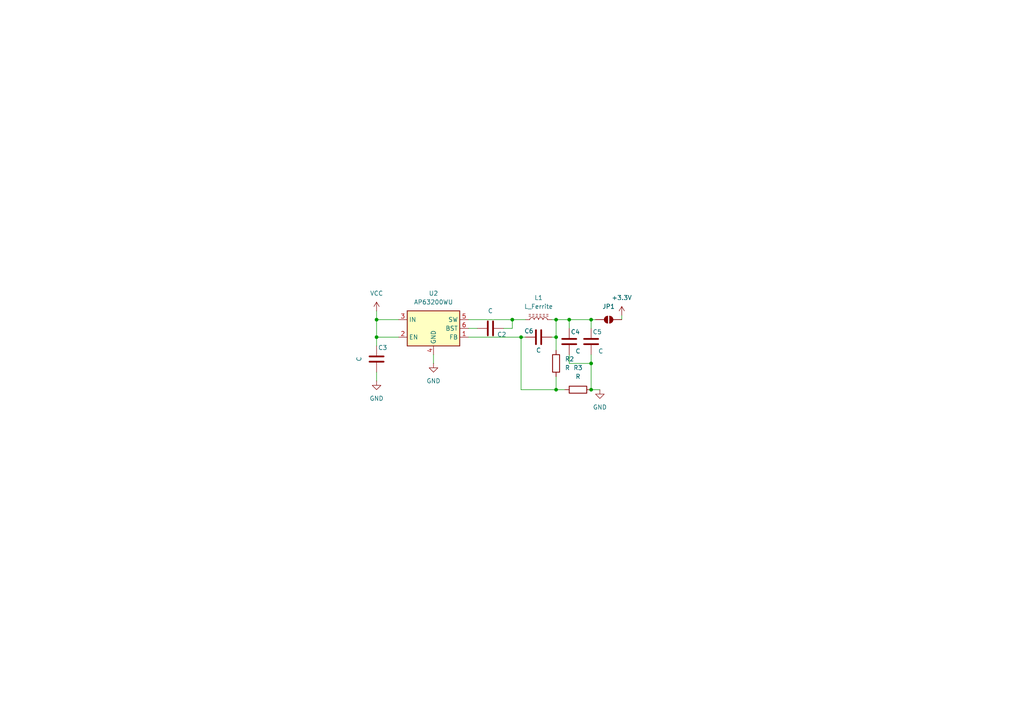
<source format=kicad_sch>
(kicad_sch
	(version 20250114)
	(generator "eeschema")
	(generator_version "9.0")
	(uuid "7e4294f7-fcce-4a84-9a6f-c6dcfccf890e")
	(paper "A4")
	(lib_symbols
		(symbol "Device:C"
			(pin_numbers
				(hide yes)
			)
			(pin_names
				(offset 0.254)
			)
			(exclude_from_sim no)
			(in_bom yes)
			(on_board yes)
			(property "Reference" "C"
				(at 0.635 2.54 0)
				(effects
					(font
						(size 1.27 1.27)
					)
					(justify left)
				)
			)
			(property "Value" "C"
				(at 0.635 -2.54 0)
				(effects
					(font
						(size 1.27 1.27)
					)
					(justify left)
				)
			)
			(property "Footprint" ""
				(at 0.9652 -3.81 0)
				(effects
					(font
						(size 1.27 1.27)
					)
					(hide yes)
				)
			)
			(property "Datasheet" "~"
				(at 0 0 0)
				(effects
					(font
						(size 1.27 1.27)
					)
					(hide yes)
				)
			)
			(property "Description" "Unpolarized capacitor"
				(at 0 0 0)
				(effects
					(font
						(size 1.27 1.27)
					)
					(hide yes)
				)
			)
			(property "ki_keywords" "cap capacitor"
				(at 0 0 0)
				(effects
					(font
						(size 1.27 1.27)
					)
					(hide yes)
				)
			)
			(property "ki_fp_filters" "C_*"
				(at 0 0 0)
				(effects
					(font
						(size 1.27 1.27)
					)
					(hide yes)
				)
			)
			(symbol "C_0_1"
				(polyline
					(pts
						(xy -2.032 0.762) (xy 2.032 0.762)
					)
					(stroke
						(width 0.508)
						(type default)
					)
					(fill
						(type none)
					)
				)
				(polyline
					(pts
						(xy -2.032 -0.762) (xy 2.032 -0.762)
					)
					(stroke
						(width 0.508)
						(type default)
					)
					(fill
						(type none)
					)
				)
			)
			(symbol "C_1_1"
				(pin passive line
					(at 0 3.81 270)
					(length 2.794)
					(name "~"
						(effects
							(font
								(size 1.27 1.27)
							)
						)
					)
					(number "1"
						(effects
							(font
								(size 1.27 1.27)
							)
						)
					)
				)
				(pin passive line
					(at 0 -3.81 90)
					(length 2.794)
					(name "~"
						(effects
							(font
								(size 1.27 1.27)
							)
						)
					)
					(number "2"
						(effects
							(font
								(size 1.27 1.27)
							)
						)
					)
				)
			)
			(embedded_fonts no)
		)
		(symbol "Device:L_Ferrite"
			(pin_numbers
				(hide yes)
			)
			(pin_names
				(offset 1.016)
				(hide yes)
			)
			(exclude_from_sim no)
			(in_bom yes)
			(on_board yes)
			(property "Reference" "L"
				(at -1.27 0 90)
				(effects
					(font
						(size 1.27 1.27)
					)
				)
			)
			(property "Value" "L_Ferrite"
				(at 2.794 0 90)
				(effects
					(font
						(size 1.27 1.27)
					)
				)
			)
			(property "Footprint" ""
				(at 0 0 0)
				(effects
					(font
						(size 1.27 1.27)
					)
					(hide yes)
				)
			)
			(property "Datasheet" "~"
				(at 0 0 0)
				(effects
					(font
						(size 1.27 1.27)
					)
					(hide yes)
				)
			)
			(property "Description" "Inductor with ferrite core"
				(at 0 0 0)
				(effects
					(font
						(size 1.27 1.27)
					)
					(hide yes)
				)
			)
			(property "ki_keywords" "inductor choke coil reactor magnetic"
				(at 0 0 0)
				(effects
					(font
						(size 1.27 1.27)
					)
					(hide yes)
				)
			)
			(property "ki_fp_filters" "Choke_* *Coil* Inductor_* L_*"
				(at 0 0 0)
				(effects
					(font
						(size 1.27 1.27)
					)
					(hide yes)
				)
			)
			(symbol "L_Ferrite_0_1"
				(arc
					(start 0 2.54)
					(mid 0.6323 1.905)
					(end 0 1.27)
					(stroke
						(width 0)
						(type default)
					)
					(fill
						(type none)
					)
				)
				(arc
					(start 0 1.27)
					(mid 0.6323 0.635)
					(end 0 0)
					(stroke
						(width 0)
						(type default)
					)
					(fill
						(type none)
					)
				)
				(arc
					(start 0 0)
					(mid 0.6323 -0.635)
					(end 0 -1.27)
					(stroke
						(width 0)
						(type default)
					)
					(fill
						(type none)
					)
				)
				(arc
					(start 0 -1.27)
					(mid 0.6323 -1.905)
					(end 0 -2.54)
					(stroke
						(width 0)
						(type default)
					)
					(fill
						(type none)
					)
				)
				(polyline
					(pts
						(xy 1.016 2.286) (xy 1.016 2.794)
					)
					(stroke
						(width 0)
						(type default)
					)
					(fill
						(type none)
					)
				)
				(polyline
					(pts
						(xy 1.016 1.27) (xy 1.016 1.778)
					)
					(stroke
						(width 0)
						(type default)
					)
					(fill
						(type none)
					)
				)
				(polyline
					(pts
						(xy 1.016 0.254) (xy 1.016 0.762)
					)
					(stroke
						(width 0)
						(type default)
					)
					(fill
						(type none)
					)
				)
				(polyline
					(pts
						(xy 1.016 -0.762) (xy 1.016 -0.254)
					)
					(stroke
						(width 0)
						(type default)
					)
					(fill
						(type none)
					)
				)
				(polyline
					(pts
						(xy 1.016 -1.778) (xy 1.016 -1.27)
					)
					(stroke
						(width 0)
						(type default)
					)
					(fill
						(type none)
					)
				)
				(polyline
					(pts
						(xy 1.016 -2.794) (xy 1.016 -2.286)
					)
					(stroke
						(width 0)
						(type default)
					)
					(fill
						(type none)
					)
				)
				(polyline
					(pts
						(xy 1.524 2.794) (xy 1.524 2.286)
					)
					(stroke
						(width 0)
						(type default)
					)
					(fill
						(type none)
					)
				)
				(polyline
					(pts
						(xy 1.524 1.778) (xy 1.524 1.27)
					)
					(stroke
						(width 0)
						(type default)
					)
					(fill
						(type none)
					)
				)
				(polyline
					(pts
						(xy 1.524 0.762) (xy 1.524 0.254)
					)
					(stroke
						(width 0)
						(type default)
					)
					(fill
						(type none)
					)
				)
				(polyline
					(pts
						(xy 1.524 -0.254) (xy 1.524 -0.762)
					)
					(stroke
						(width 0)
						(type default)
					)
					(fill
						(type none)
					)
				)
				(polyline
					(pts
						(xy 1.524 -1.27) (xy 1.524 -1.778)
					)
					(stroke
						(width 0)
						(type default)
					)
					(fill
						(type none)
					)
				)
				(polyline
					(pts
						(xy 1.524 -2.286) (xy 1.524 -2.794)
					)
					(stroke
						(width 0)
						(type default)
					)
					(fill
						(type none)
					)
				)
			)
			(symbol "L_Ferrite_1_1"
				(pin passive line
					(at 0 3.81 270)
					(length 1.27)
					(name "1"
						(effects
							(font
								(size 1.27 1.27)
							)
						)
					)
					(number "1"
						(effects
							(font
								(size 1.27 1.27)
							)
						)
					)
				)
				(pin passive line
					(at 0 -3.81 90)
					(length 1.27)
					(name "2"
						(effects
							(font
								(size 1.27 1.27)
							)
						)
					)
					(number "2"
						(effects
							(font
								(size 1.27 1.27)
							)
						)
					)
				)
			)
			(embedded_fonts no)
		)
		(symbol "Device:R"
			(pin_numbers
				(hide yes)
			)
			(pin_names
				(offset 0)
			)
			(exclude_from_sim no)
			(in_bom yes)
			(on_board yes)
			(property "Reference" "R"
				(at 2.032 0 90)
				(effects
					(font
						(size 1.27 1.27)
					)
				)
			)
			(property "Value" "R"
				(at 0 0 90)
				(effects
					(font
						(size 1.27 1.27)
					)
				)
			)
			(property "Footprint" ""
				(at -1.778 0 90)
				(effects
					(font
						(size 1.27 1.27)
					)
					(hide yes)
				)
			)
			(property "Datasheet" "~"
				(at 0 0 0)
				(effects
					(font
						(size 1.27 1.27)
					)
					(hide yes)
				)
			)
			(property "Description" "Resistor"
				(at 0 0 0)
				(effects
					(font
						(size 1.27 1.27)
					)
					(hide yes)
				)
			)
			(property "ki_keywords" "R res resistor"
				(at 0 0 0)
				(effects
					(font
						(size 1.27 1.27)
					)
					(hide yes)
				)
			)
			(property "ki_fp_filters" "R_*"
				(at 0 0 0)
				(effects
					(font
						(size 1.27 1.27)
					)
					(hide yes)
				)
			)
			(symbol "R_0_1"
				(rectangle
					(start -1.016 -2.54)
					(end 1.016 2.54)
					(stroke
						(width 0.254)
						(type default)
					)
					(fill
						(type none)
					)
				)
			)
			(symbol "R_1_1"
				(pin passive line
					(at 0 3.81 270)
					(length 1.27)
					(name "~"
						(effects
							(font
								(size 1.27 1.27)
							)
						)
					)
					(number "1"
						(effects
							(font
								(size 1.27 1.27)
							)
						)
					)
				)
				(pin passive line
					(at 0 -3.81 90)
					(length 1.27)
					(name "~"
						(effects
							(font
								(size 1.27 1.27)
							)
						)
					)
					(number "2"
						(effects
							(font
								(size 1.27 1.27)
							)
						)
					)
				)
			)
			(embedded_fonts no)
		)
		(symbol "Jumper:SolderJumper_2_Open"
			(pin_numbers
				(hide yes)
			)
			(pin_names
				(offset 0)
				(hide yes)
			)
			(exclude_from_sim no)
			(in_bom no)
			(on_board yes)
			(property "Reference" "JP"
				(at 0 2.032 0)
				(effects
					(font
						(size 1.27 1.27)
					)
				)
			)
			(property "Value" "SolderJumper_2_Open"
				(at 0 -2.54 0)
				(effects
					(font
						(size 1.27 1.27)
					)
				)
			)
			(property "Footprint" ""
				(at 0 0 0)
				(effects
					(font
						(size 1.27 1.27)
					)
					(hide yes)
				)
			)
			(property "Datasheet" "~"
				(at 0 0 0)
				(effects
					(font
						(size 1.27 1.27)
					)
					(hide yes)
				)
			)
			(property "Description" "Solder Jumper, 2-pole, open"
				(at 0 0 0)
				(effects
					(font
						(size 1.27 1.27)
					)
					(hide yes)
				)
			)
			(property "ki_keywords" "solder jumper SPST"
				(at 0 0 0)
				(effects
					(font
						(size 1.27 1.27)
					)
					(hide yes)
				)
			)
			(property "ki_fp_filters" "SolderJumper*Open*"
				(at 0 0 0)
				(effects
					(font
						(size 1.27 1.27)
					)
					(hide yes)
				)
			)
			(symbol "SolderJumper_2_Open_0_1"
				(polyline
					(pts
						(xy -0.254 1.016) (xy -0.254 -1.016)
					)
					(stroke
						(width 0)
						(type default)
					)
					(fill
						(type none)
					)
				)
				(arc
					(start -0.254 -1.016)
					(mid -1.2656 0)
					(end -0.254 1.016)
					(stroke
						(width 0)
						(type default)
					)
					(fill
						(type none)
					)
				)
				(arc
					(start -0.254 -1.016)
					(mid -1.2656 0)
					(end -0.254 1.016)
					(stroke
						(width 0)
						(type default)
					)
					(fill
						(type outline)
					)
				)
				(arc
					(start 0.254 1.016)
					(mid 1.2656 0)
					(end 0.254 -1.016)
					(stroke
						(width 0)
						(type default)
					)
					(fill
						(type none)
					)
				)
				(arc
					(start 0.254 1.016)
					(mid 1.2656 0)
					(end 0.254 -1.016)
					(stroke
						(width 0)
						(type default)
					)
					(fill
						(type outline)
					)
				)
				(polyline
					(pts
						(xy 0.254 1.016) (xy 0.254 -1.016)
					)
					(stroke
						(width 0)
						(type default)
					)
					(fill
						(type none)
					)
				)
			)
			(symbol "SolderJumper_2_Open_1_1"
				(pin passive line
					(at -3.81 0 0)
					(length 2.54)
					(name "A"
						(effects
							(font
								(size 1.27 1.27)
							)
						)
					)
					(number "1"
						(effects
							(font
								(size 1.27 1.27)
							)
						)
					)
				)
				(pin passive line
					(at 3.81 0 180)
					(length 2.54)
					(name "B"
						(effects
							(font
								(size 1.27 1.27)
							)
						)
					)
					(number "2"
						(effects
							(font
								(size 1.27 1.27)
							)
						)
					)
				)
			)
			(embedded_fonts no)
		)
		(symbol "Regulator_Switching:AP63200WU"
			(exclude_from_sim no)
			(in_bom yes)
			(on_board yes)
			(property "Reference" "U"
				(at -7.62 6.35 0)
				(effects
					(font
						(size 1.27 1.27)
					)
				)
			)
			(property "Value" "AP63200WU"
				(at 2.54 6.35 0)
				(effects
					(font
						(size 1.27 1.27)
					)
				)
			)
			(property "Footprint" "Package_TO_SOT_SMD:TSOT-23-6"
				(at 0 -22.86 0)
				(effects
					(font
						(size 1.27 1.27)
					)
					(hide yes)
				)
			)
			(property "Datasheet" "https://www.diodes.com/assets/Datasheets/AP63200-AP63201-AP63203-AP63205.pdf"
				(at 0 0 0)
				(effects
					(font
						(size 1.27 1.27)
					)
					(hide yes)
				)
			)
			(property "Description" "2A, 500kHz Buck DC/DC Converter, adjustable output voltage, TSOT-23-6"
				(at 0 0 0)
				(effects
					(font
						(size 1.27 1.27)
					)
					(hide yes)
				)
			)
			(property "ki_keywords" "2A Buck DC/DC"
				(at 0 0 0)
				(effects
					(font
						(size 1.27 1.27)
					)
					(hide yes)
				)
			)
			(property "ki_fp_filters" "TSOT?23*"
				(at 0 0 0)
				(effects
					(font
						(size 1.27 1.27)
					)
					(hide yes)
				)
			)
			(symbol "AP63200WU_0_1"
				(rectangle
					(start -7.62 5.08)
					(end 7.62 -5.08)
					(stroke
						(width 0.254)
						(type default)
					)
					(fill
						(type background)
					)
				)
			)
			(symbol "AP63200WU_1_1"
				(pin power_in line
					(at -10.16 2.54 0)
					(length 2.54)
					(name "IN"
						(effects
							(font
								(size 1.27 1.27)
							)
						)
					)
					(number "3"
						(effects
							(font
								(size 1.27 1.27)
							)
						)
					)
				)
				(pin input line
					(at -10.16 -2.54 0)
					(length 2.54)
					(name "EN"
						(effects
							(font
								(size 1.27 1.27)
							)
						)
					)
					(number "2"
						(effects
							(font
								(size 1.27 1.27)
							)
						)
					)
				)
				(pin power_in line
					(at 0 -7.62 90)
					(length 2.54)
					(name "GND"
						(effects
							(font
								(size 1.27 1.27)
							)
						)
					)
					(number "4"
						(effects
							(font
								(size 1.27 1.27)
							)
						)
					)
				)
				(pin output line
					(at 10.16 2.54 180)
					(length 2.54)
					(name "SW"
						(effects
							(font
								(size 1.27 1.27)
							)
						)
					)
					(number "5"
						(effects
							(font
								(size 1.27 1.27)
							)
						)
					)
				)
				(pin passive line
					(at 10.16 0 180)
					(length 2.54)
					(name "BST"
						(effects
							(font
								(size 1.27 1.27)
							)
						)
					)
					(number "6"
						(effects
							(font
								(size 1.27 1.27)
							)
						)
					)
				)
				(pin input line
					(at 10.16 -2.54 180)
					(length 2.54)
					(name "FB"
						(effects
							(font
								(size 1.27 1.27)
							)
						)
					)
					(number "1"
						(effects
							(font
								(size 1.27 1.27)
							)
						)
					)
				)
			)
			(embedded_fonts no)
		)
		(symbol "power:+3.3V"
			(power)
			(pin_numbers
				(hide yes)
			)
			(pin_names
				(offset 0)
				(hide yes)
			)
			(exclude_from_sim no)
			(in_bom yes)
			(on_board yes)
			(property "Reference" "#PWR"
				(at 0 -3.81 0)
				(effects
					(font
						(size 1.27 1.27)
					)
					(hide yes)
				)
			)
			(property "Value" "+3.3V"
				(at 0 3.556 0)
				(effects
					(font
						(size 1.27 1.27)
					)
				)
			)
			(property "Footprint" ""
				(at 0 0 0)
				(effects
					(font
						(size 1.27 1.27)
					)
					(hide yes)
				)
			)
			(property "Datasheet" ""
				(at 0 0 0)
				(effects
					(font
						(size 1.27 1.27)
					)
					(hide yes)
				)
			)
			(property "Description" "Power symbol creates a global label with name \"+3.3V\""
				(at 0 0 0)
				(effects
					(font
						(size 1.27 1.27)
					)
					(hide yes)
				)
			)
			(property "ki_keywords" "global power"
				(at 0 0 0)
				(effects
					(font
						(size 1.27 1.27)
					)
					(hide yes)
				)
			)
			(symbol "+3.3V_0_1"
				(polyline
					(pts
						(xy -0.762 1.27) (xy 0 2.54)
					)
					(stroke
						(width 0)
						(type default)
					)
					(fill
						(type none)
					)
				)
				(polyline
					(pts
						(xy 0 2.54) (xy 0.762 1.27)
					)
					(stroke
						(width 0)
						(type default)
					)
					(fill
						(type none)
					)
				)
				(polyline
					(pts
						(xy 0 0) (xy 0 2.54)
					)
					(stroke
						(width 0)
						(type default)
					)
					(fill
						(type none)
					)
				)
			)
			(symbol "+3.3V_1_1"
				(pin power_in line
					(at 0 0 90)
					(length 0)
					(name "~"
						(effects
							(font
								(size 1.27 1.27)
							)
						)
					)
					(number "1"
						(effects
							(font
								(size 1.27 1.27)
							)
						)
					)
				)
			)
			(embedded_fonts no)
		)
		(symbol "power:GND"
			(power)
			(pin_numbers
				(hide yes)
			)
			(pin_names
				(offset 0)
				(hide yes)
			)
			(exclude_from_sim no)
			(in_bom yes)
			(on_board yes)
			(property "Reference" "#PWR"
				(at 0 -6.35 0)
				(effects
					(font
						(size 1.27 1.27)
					)
					(hide yes)
				)
			)
			(property "Value" "GND"
				(at 0 -3.81 0)
				(effects
					(font
						(size 1.27 1.27)
					)
				)
			)
			(property "Footprint" ""
				(at 0 0 0)
				(effects
					(font
						(size 1.27 1.27)
					)
					(hide yes)
				)
			)
			(property "Datasheet" ""
				(at 0 0 0)
				(effects
					(font
						(size 1.27 1.27)
					)
					(hide yes)
				)
			)
			(property "Description" "Power symbol creates a global label with name \"GND\" , ground"
				(at 0 0 0)
				(effects
					(font
						(size 1.27 1.27)
					)
					(hide yes)
				)
			)
			(property "ki_keywords" "global power"
				(at 0 0 0)
				(effects
					(font
						(size 1.27 1.27)
					)
					(hide yes)
				)
			)
			(symbol "GND_0_1"
				(polyline
					(pts
						(xy 0 0) (xy 0 -1.27) (xy 1.27 -1.27) (xy 0 -2.54) (xy -1.27 -1.27) (xy 0 -1.27)
					)
					(stroke
						(width 0)
						(type default)
					)
					(fill
						(type none)
					)
				)
			)
			(symbol "GND_1_1"
				(pin power_in line
					(at 0 0 270)
					(length 0)
					(name "~"
						(effects
							(font
								(size 1.27 1.27)
							)
						)
					)
					(number "1"
						(effects
							(font
								(size 1.27 1.27)
							)
						)
					)
				)
			)
			(embedded_fonts no)
		)
		(symbol "power:VCC"
			(power)
			(pin_numbers
				(hide yes)
			)
			(pin_names
				(offset 0)
				(hide yes)
			)
			(exclude_from_sim no)
			(in_bom yes)
			(on_board yes)
			(property "Reference" "#PWR"
				(at 0 -3.81 0)
				(effects
					(font
						(size 1.27 1.27)
					)
					(hide yes)
				)
			)
			(property "Value" "VCC"
				(at 0 3.556 0)
				(effects
					(font
						(size 1.27 1.27)
					)
				)
			)
			(property "Footprint" ""
				(at 0 0 0)
				(effects
					(font
						(size 1.27 1.27)
					)
					(hide yes)
				)
			)
			(property "Datasheet" ""
				(at 0 0 0)
				(effects
					(font
						(size 1.27 1.27)
					)
					(hide yes)
				)
			)
			(property "Description" "Power symbol creates a global label with name \"VCC\""
				(at 0 0 0)
				(effects
					(font
						(size 1.27 1.27)
					)
					(hide yes)
				)
			)
			(property "ki_keywords" "global power"
				(at 0 0 0)
				(effects
					(font
						(size 1.27 1.27)
					)
					(hide yes)
				)
			)
			(symbol "VCC_0_1"
				(polyline
					(pts
						(xy -0.762 1.27) (xy 0 2.54)
					)
					(stroke
						(width 0)
						(type default)
					)
					(fill
						(type none)
					)
				)
				(polyline
					(pts
						(xy 0 2.54) (xy 0.762 1.27)
					)
					(stroke
						(width 0)
						(type default)
					)
					(fill
						(type none)
					)
				)
				(polyline
					(pts
						(xy 0 0) (xy 0 2.54)
					)
					(stroke
						(width 0)
						(type default)
					)
					(fill
						(type none)
					)
				)
			)
			(symbol "VCC_1_1"
				(pin power_in line
					(at 0 0 90)
					(length 0)
					(name "~"
						(effects
							(font
								(size 1.27 1.27)
							)
						)
					)
					(number "1"
						(effects
							(font
								(size 1.27 1.27)
							)
						)
					)
				)
			)
			(embedded_fonts no)
		)
	)
	(junction
		(at 171.45 105.41)
		(diameter 0)
		(color 0 0 0 0)
		(uuid "12de5e3d-3d4d-440d-8a1b-4d6a4534e46e")
	)
	(junction
		(at 161.29 92.71)
		(diameter 0)
		(color 0 0 0 0)
		(uuid "1a874b69-72a3-4ab0-b174-ed3ed5dbf236")
	)
	(junction
		(at 109.22 92.71)
		(diameter 0)
		(color 0 0 0 0)
		(uuid "48ebfa57-fba7-46c0-a328-e9b5e30e09c7")
	)
	(junction
		(at 148.59 92.71)
		(diameter 0)
		(color 0 0 0 0)
		(uuid "8edcd765-bb90-40bc-8d02-5568b1f44d5c")
	)
	(junction
		(at 171.45 113.03)
		(diameter 0)
		(color 0 0 0 0)
		(uuid "9cc814de-b43c-4f4b-a97c-3038fbd9ecfa")
	)
	(junction
		(at 161.29 97.79)
		(diameter 0)
		(color 0 0 0 0)
		(uuid "acd51b5d-6f50-4fb8-b52b-0f4a42f6c00d")
	)
	(junction
		(at 161.29 113.03)
		(diameter 0)
		(color 0 0 0 0)
		(uuid "ad471bec-41fa-4ad8-abd1-03a25b106e50")
	)
	(junction
		(at 109.22 97.79)
		(diameter 0)
		(color 0 0 0 0)
		(uuid "c686b167-2d74-47aa-b7ca-e45f7a6e9420")
	)
	(junction
		(at 171.45 92.71)
		(diameter 0)
		(color 0 0 0 0)
		(uuid "d7c89910-cb40-45f8-ae7c-36d9d9787125")
	)
	(junction
		(at 165.1 92.71)
		(diameter 0)
		(color 0 0 0 0)
		(uuid "d820544d-ea4a-4ef1-9234-072555ebcaa3")
	)
	(junction
		(at 151.13 97.79)
		(diameter 0)
		(color 0 0 0 0)
		(uuid "f66050b6-a2ac-47b9-a43f-4227a5ea5ffa")
	)
	(wire
		(pts
			(xy 171.45 105.41) (xy 171.45 113.03)
		)
		(stroke
			(width 0)
			(type default)
		)
		(uuid "04187563-7e8d-4300-857f-297d0a4c23fc")
	)
	(wire
		(pts
			(xy 171.45 92.71) (xy 172.72 92.71)
		)
		(stroke
			(width 0)
			(type default)
		)
		(uuid "096ebb80-9678-4ec6-bcd4-11f7b5153dc5")
	)
	(wire
		(pts
			(xy 165.1 105.41) (xy 165.1 102.87)
		)
		(stroke
			(width 0)
			(type default)
		)
		(uuid "0dbbbe9a-044b-4f11-99e3-b6aa63fd9958")
	)
	(wire
		(pts
			(xy 161.29 92.71) (xy 165.1 92.71)
		)
		(stroke
			(width 0)
			(type default)
		)
		(uuid "17dc2562-79f8-4521-9343-c9b8d4e10cc6")
	)
	(wire
		(pts
			(xy 171.45 92.71) (xy 171.45 95.25)
		)
		(stroke
			(width 0)
			(type default)
		)
		(uuid "1d74b0b8-633e-45c8-bbb3-6cbcd1783b9d")
	)
	(wire
		(pts
			(xy 109.22 107.95) (xy 109.22 110.49)
		)
		(stroke
			(width 0)
			(type default)
		)
		(uuid "29a392fe-7697-4d26-8259-fa6ee6983cf4")
	)
	(wire
		(pts
			(xy 171.45 113.03) (xy 173.99 113.03)
		)
		(stroke
			(width 0)
			(type default)
		)
		(uuid "2c0f0640-4045-47b7-a804-67d76ae5ed4b")
	)
	(wire
		(pts
			(xy 135.89 97.79) (xy 151.13 97.79)
		)
		(stroke
			(width 0)
			(type default)
		)
		(uuid "36c1fc0f-ff92-4803-b1a3-fd6b93e201ef")
	)
	(wire
		(pts
			(xy 148.59 92.71) (xy 152.4 92.71)
		)
		(stroke
			(width 0)
			(type default)
		)
		(uuid "3d6dea9b-b89a-4d17-b171-e494fe0a2ad6")
	)
	(wire
		(pts
			(xy 161.29 113.03) (xy 163.83 113.03)
		)
		(stroke
			(width 0)
			(type default)
		)
		(uuid "410f303d-28ca-49ef-82e6-5c6c41e5f81d")
	)
	(wire
		(pts
			(xy 151.13 97.79) (xy 151.13 113.03)
		)
		(stroke
			(width 0)
			(type default)
		)
		(uuid "41500646-f5c2-42ee-9ac2-2b89e1d49ef8")
	)
	(wire
		(pts
			(xy 161.29 92.71) (xy 161.29 97.79)
		)
		(stroke
			(width 0)
			(type default)
		)
		(uuid "4f90404a-4bb6-42be-b866-5770f2501d21")
	)
	(wire
		(pts
			(xy 125.73 102.87) (xy 125.73 105.41)
		)
		(stroke
			(width 0)
			(type default)
		)
		(uuid "53735e3d-8d22-4944-b41a-8458e3d9877d")
	)
	(wire
		(pts
			(xy 151.13 113.03) (xy 161.29 113.03)
		)
		(stroke
			(width 0)
			(type default)
		)
		(uuid "59ae8f63-5c0c-4993-80e3-37328f0ac896")
	)
	(wire
		(pts
			(xy 151.13 97.79) (xy 152.4 97.79)
		)
		(stroke
			(width 0)
			(type default)
		)
		(uuid "5f0e4002-80db-409c-a9d1-04fa1ba013c5")
	)
	(wire
		(pts
			(xy 165.1 105.41) (xy 171.45 105.41)
		)
		(stroke
			(width 0)
			(type default)
		)
		(uuid "64f0c53a-7aea-46ef-a19c-37056779c873")
	)
	(wire
		(pts
			(xy 160.02 92.71) (xy 161.29 92.71)
		)
		(stroke
			(width 0)
			(type default)
		)
		(uuid "67091c65-503a-4f44-9323-5108560a204c")
	)
	(wire
		(pts
			(xy 161.29 109.22) (xy 161.29 113.03)
		)
		(stroke
			(width 0)
			(type default)
		)
		(uuid "6af31861-b099-446f-b8be-e31632841125")
	)
	(wire
		(pts
			(xy 160.02 97.79) (xy 161.29 97.79)
		)
		(stroke
			(width 0)
			(type default)
		)
		(uuid "6dbb7e4d-761d-4057-a1e8-81d0fb19f45c")
	)
	(wire
		(pts
			(xy 161.29 97.79) (xy 161.29 101.6)
		)
		(stroke
			(width 0)
			(type default)
		)
		(uuid "789b3921-7695-4261-aa9b-da40ece00bb7")
	)
	(wire
		(pts
			(xy 109.22 97.79) (xy 115.57 97.79)
		)
		(stroke
			(width 0)
			(type default)
		)
		(uuid "7c2559ed-0d58-46ed-85a9-e736f1ba194e")
	)
	(wire
		(pts
			(xy 146.05 95.25) (xy 148.59 95.25)
		)
		(stroke
			(width 0)
			(type default)
		)
		(uuid "9bac29b2-3a7e-40d1-aeeb-1fd6024bfcc9")
	)
	(wire
		(pts
			(xy 109.22 97.79) (xy 109.22 100.33)
		)
		(stroke
			(width 0)
			(type default)
		)
		(uuid "9eddd3bb-2315-4826-b475-e79af7253414")
	)
	(wire
		(pts
			(xy 135.89 95.25) (xy 138.43 95.25)
		)
		(stroke
			(width 0)
			(type default)
		)
		(uuid "a6d408e4-51db-4369-9228-510d8ed4e5fa")
	)
	(wire
		(pts
			(xy 165.1 92.71) (xy 165.1 95.25)
		)
		(stroke
			(width 0)
			(type default)
		)
		(uuid "a6f8c0d1-1f31-41b9-9dfe-723121a7666b")
	)
	(wire
		(pts
			(xy 109.22 90.17) (xy 109.22 92.71)
		)
		(stroke
			(width 0)
			(type default)
		)
		(uuid "a8145907-bc4a-4150-97ef-6e10e7958ee7")
	)
	(wire
		(pts
			(xy 165.1 92.71) (xy 171.45 92.71)
		)
		(stroke
			(width 0)
			(type default)
		)
		(uuid "ab76477e-9c89-4453-a86c-16e4ec58def9")
	)
	(wire
		(pts
			(xy 109.22 92.71) (xy 109.22 97.79)
		)
		(stroke
			(width 0)
			(type default)
		)
		(uuid "b2f4cdc4-0b5a-4653-93b8-d973fd162ad0")
	)
	(wire
		(pts
			(xy 180.34 91.44) (xy 180.34 92.71)
		)
		(stroke
			(width 0)
			(type default)
		)
		(uuid "b6c25e0d-2188-4404-abf7-5189da5a09e3")
	)
	(wire
		(pts
			(xy 109.22 92.71) (xy 115.57 92.71)
		)
		(stroke
			(width 0)
			(type default)
		)
		(uuid "bc86ed46-7653-48a7-8d37-d87a2c25f88b")
	)
	(wire
		(pts
			(xy 135.89 92.71) (xy 148.59 92.71)
		)
		(stroke
			(width 0)
			(type default)
		)
		(uuid "c2508131-808c-4b5d-a393-8caa49943b41")
	)
	(wire
		(pts
			(xy 171.45 102.87) (xy 171.45 105.41)
		)
		(stroke
			(width 0)
			(type default)
		)
		(uuid "c749a6b3-c1c9-4c7b-ba13-db548c1f7c49")
	)
	(wire
		(pts
			(xy 148.59 95.25) (xy 148.59 92.71)
		)
		(stroke
			(width 0)
			(type default)
		)
		(uuid "dfce7591-8f83-4913-bf97-e6c93ec98b95")
	)
	(symbol
		(lib_id "power:GND")
		(at 125.73 105.41 0)
		(unit 1)
		(exclude_from_sim no)
		(in_bom yes)
		(on_board yes)
		(dnp no)
		(fields_autoplaced yes)
		(uuid "0e21f61b-6a4e-47b2-a186-56f17e4660ce")
		(property "Reference" "#PWR13"
			(at 125.73 111.76 0)
			(effects
				(font
					(size 1.27 1.27)
				)
				(hide yes)
			)
		)
		(property "Value" "GND"
			(at 125.73 110.49 0)
			(effects
				(font
					(size 1.27 1.27)
				)
			)
		)
		(property "Footprint" ""
			(at 125.73 105.41 0)
			(effects
				(font
					(size 1.27 1.27)
				)
				(hide yes)
			)
		)
		(property "Datasheet" ""
			(at 125.73 105.41 0)
			(effects
				(font
					(size 1.27 1.27)
				)
				(hide yes)
			)
		)
		(property "Description" "Power symbol creates a global label with name \"GND\" , ground"
			(at 125.73 105.41 0)
			(effects
				(font
					(size 1.27 1.27)
				)
				(hide yes)
			)
		)
		(pin "1"
			(uuid "686d4217-2fb1-407c-a1d5-18614b2b32e6")
		)
		(instances
			(project ""
				(path "/8290cc18-06d0-4e02-a781-29a61ebc321a/9e4d7a0c-a5eb-4e88-9036-0c35e68b279a/8ab7d9d8-a14c-43b1-bf79-ac7dfdaef76f"
					(reference "#PWR13")
					(unit 1)
				)
			)
		)
	)
	(symbol
		(lib_id "power:GND")
		(at 173.99 113.03 0)
		(unit 1)
		(exclude_from_sim no)
		(in_bom yes)
		(on_board yes)
		(dnp no)
		(fields_autoplaced yes)
		(uuid "0e6f663a-8e71-44a2-86aa-0c632cd76af2")
		(property "Reference" "#PWR15"
			(at 173.99 119.38 0)
			(effects
				(font
					(size 1.27 1.27)
				)
				(hide yes)
			)
		)
		(property "Value" "GND"
			(at 173.99 118.11 0)
			(effects
				(font
					(size 1.27 1.27)
				)
			)
		)
		(property "Footprint" ""
			(at 173.99 113.03 0)
			(effects
				(font
					(size 1.27 1.27)
				)
				(hide yes)
			)
		)
		(property "Datasheet" ""
			(at 173.99 113.03 0)
			(effects
				(font
					(size 1.27 1.27)
				)
				(hide yes)
			)
		)
		(property "Description" "Power symbol creates a global label with name \"GND\" , ground"
			(at 173.99 113.03 0)
			(effects
				(font
					(size 1.27 1.27)
				)
				(hide yes)
			)
		)
		(pin "1"
			(uuid "836d18ef-30c0-4678-bb1d-409bd0027c31")
		)
		(instances
			(project "NIVARA"
				(path "/8290cc18-06d0-4e02-a781-29a61ebc321a/9e4d7a0c-a5eb-4e88-9036-0c35e68b279a/8ab7d9d8-a14c-43b1-bf79-ac7dfdaef76f"
					(reference "#PWR15")
					(unit 1)
				)
			)
		)
	)
	(symbol
		(lib_id "Device:C")
		(at 156.21 97.79 270)
		(unit 1)
		(exclude_from_sim no)
		(in_bom yes)
		(on_board yes)
		(dnp no)
		(uuid "12d82860-c42c-4288-bc21-4f130d7cb8e0")
		(property "Reference" "C6"
			(at 153.416 96.012 90)
			(effects
				(font
					(size 1.27 1.27)
				)
			)
		)
		(property "Value" "C"
			(at 156.21 101.6 90)
			(effects
				(font
					(size 1.27 1.27)
				)
			)
		)
		(property "Footprint" ""
			(at 152.4 98.7552 0)
			(effects
				(font
					(size 1.27 1.27)
				)
				(hide yes)
			)
		)
		(property "Datasheet" "~"
			(at 156.21 97.79 0)
			(effects
				(font
					(size 1.27 1.27)
				)
				(hide yes)
			)
		)
		(property "Description" "Unpolarized capacitor"
			(at 156.21 97.79 0)
			(effects
				(font
					(size 1.27 1.27)
				)
				(hide yes)
			)
		)
		(pin "1"
			(uuid "e9c81e75-97f0-4566-8d09-bfed0145f83f")
		)
		(pin "2"
			(uuid "8f92ba28-c89d-429c-bade-4a0a6ca9fea7")
		)
		(instances
			(project "NIVARA"
				(path "/8290cc18-06d0-4e02-a781-29a61ebc321a/9e4d7a0c-a5eb-4e88-9036-0c35e68b279a/8ab7d9d8-a14c-43b1-bf79-ac7dfdaef76f"
					(reference "C6")
					(unit 1)
				)
			)
		)
	)
	(symbol
		(lib_id "Device:C")
		(at 165.1 99.06 180)
		(unit 1)
		(exclude_from_sim no)
		(in_bom yes)
		(on_board yes)
		(dnp no)
		(uuid "23d20080-2246-41a4-bd7f-3a24cd5a10f3")
		(property "Reference" "C4"
			(at 166.878 96.266 0)
			(effects
				(font
					(size 1.27 1.27)
				)
			)
		)
		(property "Value" "C"
			(at 167.64 101.854 0)
			(effects
				(font
					(size 1.27 1.27)
				)
			)
		)
		(property "Footprint" ""
			(at 164.1348 95.25 0)
			(effects
				(font
					(size 1.27 1.27)
				)
				(hide yes)
			)
		)
		(property "Datasheet" "~"
			(at 165.1 99.06 0)
			(effects
				(font
					(size 1.27 1.27)
				)
				(hide yes)
			)
		)
		(property "Description" "Unpolarized capacitor"
			(at 165.1 99.06 0)
			(effects
				(font
					(size 1.27 1.27)
				)
				(hide yes)
			)
		)
		(pin "1"
			(uuid "4b8316d1-e44c-4d79-8ced-e6bf8db27997")
		)
		(pin "2"
			(uuid "0b8a7eb6-141d-4ccf-bac0-9d0508144fba")
		)
		(instances
			(project "NIVARA"
				(path "/8290cc18-06d0-4e02-a781-29a61ebc321a/9e4d7a0c-a5eb-4e88-9036-0c35e68b279a/8ab7d9d8-a14c-43b1-bf79-ac7dfdaef76f"
					(reference "C4")
					(unit 1)
				)
			)
		)
	)
	(symbol
		(lib_id "Regulator_Switching:AP63200WU")
		(at 125.73 95.25 0)
		(unit 1)
		(exclude_from_sim no)
		(in_bom yes)
		(on_board yes)
		(dnp no)
		(fields_autoplaced yes)
		(uuid "3969479d-123e-4143-aebc-6d5e5421000c")
		(property "Reference" "U2"
			(at 125.73 85.09 0)
			(effects
				(font
					(size 1.27 1.27)
				)
			)
		)
		(property "Value" "AP63200WU"
			(at 125.73 87.63 0)
			(effects
				(font
					(size 1.27 1.27)
				)
			)
		)
		(property "Footprint" "Package_TO_SOT_SMD:TSOT-23-6"
			(at 125.73 118.11 0)
			(effects
				(font
					(size 1.27 1.27)
				)
				(hide yes)
			)
		)
		(property "Datasheet" "https://www.diodes.com/assets/Datasheets/AP63200-AP63201-AP63203-AP63205.pdf"
			(at 125.73 95.25 0)
			(effects
				(font
					(size 1.27 1.27)
				)
				(hide yes)
			)
		)
		(property "Description" "2A, 500kHz Buck DC/DC Converter, adjustable output voltage, TSOT-23-6"
			(at 125.73 95.25 0)
			(effects
				(font
					(size 1.27 1.27)
				)
				(hide yes)
			)
		)
		(pin "1"
			(uuid "afa471e5-cf7b-46dd-ac54-1b21c7d27114")
		)
		(pin "4"
			(uuid "a1340555-12af-4e75-93d9-f2d0ef21e8fa")
		)
		(pin "5"
			(uuid "03899440-26a8-4a5c-8b68-29c3def09a82")
		)
		(pin "2"
			(uuid "ebcd4919-b36d-4b0e-84c8-02352be52bf0")
		)
		(pin "6"
			(uuid "3dcb7333-582b-45e5-94c2-20d1b5bea4d8")
		)
		(pin "3"
			(uuid "706907ea-48b7-4b11-9dd4-8b5aaa78d895")
		)
		(instances
			(project ""
				(path "/8290cc18-06d0-4e02-a781-29a61ebc321a/9e4d7a0c-a5eb-4e88-9036-0c35e68b279a/8ab7d9d8-a14c-43b1-bf79-ac7dfdaef76f"
					(reference "U2")
					(unit 1)
				)
			)
		)
	)
	(symbol
		(lib_id "power:+3.3V")
		(at 180.34 91.44 0)
		(unit 1)
		(exclude_from_sim no)
		(in_bom yes)
		(on_board yes)
		(dnp no)
		(fields_autoplaced yes)
		(uuid "3cc0b3c3-075a-413c-992b-b165c019a428")
		(property "Reference" "#PWR1"
			(at 180.34 95.25 0)
			(effects
				(font
					(size 1.27 1.27)
				)
				(hide yes)
			)
		)
		(property "Value" "+3.3V"
			(at 180.34 86.36 0)
			(effects
				(font
					(size 1.27 1.27)
				)
			)
		)
		(property "Footprint" ""
			(at 180.34 91.44 0)
			(effects
				(font
					(size 1.27 1.27)
				)
				(hide yes)
			)
		)
		(property "Datasheet" ""
			(at 180.34 91.44 0)
			(effects
				(font
					(size 1.27 1.27)
				)
				(hide yes)
			)
		)
		(property "Description" "Power symbol creates a global label with name \"+3.3V\""
			(at 180.34 91.44 0)
			(effects
				(font
					(size 1.27 1.27)
				)
				(hide yes)
			)
		)
		(pin "1"
			(uuid "6068aeeb-ba6d-4ef1-8d20-e88162b12865")
		)
		(instances
			(project ""
				(path "/8290cc18-06d0-4e02-a781-29a61ebc321a/9e4d7a0c-a5eb-4e88-9036-0c35e68b279a/8ab7d9d8-a14c-43b1-bf79-ac7dfdaef76f"
					(reference "#PWR1")
					(unit 1)
				)
			)
		)
	)
	(symbol
		(lib_id "Device:R")
		(at 167.64 113.03 270)
		(unit 1)
		(exclude_from_sim no)
		(in_bom yes)
		(on_board yes)
		(dnp no)
		(fields_autoplaced yes)
		(uuid "3efb581d-de94-4c4e-9548-0819a151d7da")
		(property "Reference" "R3"
			(at 167.64 106.68 90)
			(effects
				(font
					(size 1.27 1.27)
				)
			)
		)
		(property "Value" "R"
			(at 167.64 109.22 90)
			(effects
				(font
					(size 1.27 1.27)
				)
			)
		)
		(property "Footprint" ""
			(at 167.64 111.252 90)
			(effects
				(font
					(size 1.27 1.27)
				)
				(hide yes)
			)
		)
		(property "Datasheet" "~"
			(at 167.64 113.03 0)
			(effects
				(font
					(size 1.27 1.27)
				)
				(hide yes)
			)
		)
		(property "Description" "Resistor"
			(at 167.64 113.03 0)
			(effects
				(font
					(size 1.27 1.27)
				)
				(hide yes)
			)
		)
		(pin "2"
			(uuid "2bf610ab-98ca-4ab8-bcdb-5ae13d362a40")
		)
		(pin "1"
			(uuid "b6167cb1-2b78-46a1-afcf-06cf460b85a7")
		)
		(instances
			(project "NIVARA"
				(path "/8290cc18-06d0-4e02-a781-29a61ebc321a/9e4d7a0c-a5eb-4e88-9036-0c35e68b279a/8ab7d9d8-a14c-43b1-bf79-ac7dfdaef76f"
					(reference "R3")
					(unit 1)
				)
			)
		)
	)
	(symbol
		(lib_id "Device:R")
		(at 161.29 105.41 0)
		(unit 1)
		(exclude_from_sim no)
		(in_bom yes)
		(on_board yes)
		(dnp no)
		(fields_autoplaced yes)
		(uuid "4cfa24c9-1cfc-4c69-942e-f281d1751d42")
		(property "Reference" "R2"
			(at 163.83 104.1399 0)
			(effects
				(font
					(size 1.27 1.27)
				)
				(justify left)
			)
		)
		(property "Value" "R"
			(at 163.83 106.6799 0)
			(effects
				(font
					(size 1.27 1.27)
				)
				(justify left)
			)
		)
		(property "Footprint" ""
			(at 159.512 105.41 90)
			(effects
				(font
					(size 1.27 1.27)
				)
				(hide yes)
			)
		)
		(property "Datasheet" "~"
			(at 161.29 105.41 0)
			(effects
				(font
					(size 1.27 1.27)
				)
				(hide yes)
			)
		)
		(property "Description" "Resistor"
			(at 161.29 105.41 0)
			(effects
				(font
					(size 1.27 1.27)
				)
				(hide yes)
			)
		)
		(pin "2"
			(uuid "25b52e42-d76a-4e42-995a-bb72a0bf70a2")
		)
		(pin "1"
			(uuid "1ec04b18-66ec-4f48-b381-6d81635d756c")
		)
		(instances
			(project ""
				(path "/8290cc18-06d0-4e02-a781-29a61ebc321a/9e4d7a0c-a5eb-4e88-9036-0c35e68b279a/8ab7d9d8-a14c-43b1-bf79-ac7dfdaef76f"
					(reference "R2")
					(unit 1)
				)
			)
		)
	)
	(symbol
		(lib_id "power:GND")
		(at 109.22 110.49 0)
		(unit 1)
		(exclude_from_sim no)
		(in_bom yes)
		(on_board yes)
		(dnp no)
		(fields_autoplaced yes)
		(uuid "502b9767-6d19-4662-a3c9-ba91b2c0cc18")
		(property "Reference" "#PWR14"
			(at 109.22 116.84 0)
			(effects
				(font
					(size 1.27 1.27)
				)
				(hide yes)
			)
		)
		(property "Value" "GND"
			(at 109.22 115.57 0)
			(effects
				(font
					(size 1.27 1.27)
				)
			)
		)
		(property "Footprint" ""
			(at 109.22 110.49 0)
			(effects
				(font
					(size 1.27 1.27)
				)
				(hide yes)
			)
		)
		(property "Datasheet" ""
			(at 109.22 110.49 0)
			(effects
				(font
					(size 1.27 1.27)
				)
				(hide yes)
			)
		)
		(property "Description" "Power symbol creates a global label with name \"GND\" , ground"
			(at 109.22 110.49 0)
			(effects
				(font
					(size 1.27 1.27)
				)
				(hide yes)
			)
		)
		(pin "1"
			(uuid "a376815d-bb5e-4e12-bdf1-a4f53f7816c3")
		)
		(instances
			(project "NIVARA"
				(path "/8290cc18-06d0-4e02-a781-29a61ebc321a/9e4d7a0c-a5eb-4e88-9036-0c35e68b279a/8ab7d9d8-a14c-43b1-bf79-ac7dfdaef76f"
					(reference "#PWR14")
					(unit 1)
				)
			)
		)
	)
	(symbol
		(lib_id "Device:C")
		(at 142.24 95.25 90)
		(unit 1)
		(exclude_from_sim no)
		(in_bom yes)
		(on_board yes)
		(dnp no)
		(uuid "737df94c-894d-4259-88b8-d3641dbafda1")
		(property "Reference" "C2"
			(at 145.542 97.028 90)
			(effects
				(font
					(size 1.27 1.27)
				)
			)
		)
		(property "Value" "C"
			(at 142.24 90.17 90)
			(effects
				(font
					(size 1.27 1.27)
				)
			)
		)
		(property "Footprint" ""
			(at 146.05 94.2848 0)
			(effects
				(font
					(size 1.27 1.27)
				)
				(hide yes)
			)
		)
		(property "Datasheet" "~"
			(at 142.24 95.25 0)
			(effects
				(font
					(size 1.27 1.27)
				)
				(hide yes)
			)
		)
		(property "Description" "Unpolarized capacitor"
			(at 142.24 95.25 0)
			(effects
				(font
					(size 1.27 1.27)
				)
				(hide yes)
			)
		)
		(pin "1"
			(uuid "f451d194-af7f-4961-898a-06433ecfe5ee")
		)
		(pin "2"
			(uuid "15c2958d-0d04-477c-88b6-c6232d39416e")
		)
		(instances
			(project ""
				(path "/8290cc18-06d0-4e02-a781-29a61ebc321a/9e4d7a0c-a5eb-4e88-9036-0c35e68b279a/8ab7d9d8-a14c-43b1-bf79-ac7dfdaef76f"
					(reference "C2")
					(unit 1)
				)
			)
		)
	)
	(symbol
		(lib_id "power:VCC")
		(at 109.22 90.17 0)
		(unit 1)
		(exclude_from_sim no)
		(in_bom yes)
		(on_board yes)
		(dnp no)
		(fields_autoplaced yes)
		(uuid "bbaa511f-a896-479a-827a-c75952dd9b4d")
		(property "Reference" "#PWR12"
			(at 109.22 93.98 0)
			(effects
				(font
					(size 1.27 1.27)
				)
				(hide yes)
			)
		)
		(property "Value" "VCC"
			(at 109.22 85.09 0)
			(effects
				(font
					(size 1.27 1.27)
				)
			)
		)
		(property "Footprint" ""
			(at 109.22 90.17 0)
			(effects
				(font
					(size 1.27 1.27)
				)
				(hide yes)
			)
		)
		(property "Datasheet" ""
			(at 109.22 90.17 0)
			(effects
				(font
					(size 1.27 1.27)
				)
				(hide yes)
			)
		)
		(property "Description" "Power symbol creates a global label with name \"VCC\""
			(at 109.22 90.17 0)
			(effects
				(font
					(size 1.27 1.27)
				)
				(hide yes)
			)
		)
		(pin "1"
			(uuid "d5814cee-5f89-42f9-892a-cc107dd3c98f")
		)
		(instances
			(project ""
				(path "/8290cc18-06d0-4e02-a781-29a61ebc321a/9e4d7a0c-a5eb-4e88-9036-0c35e68b279a/8ab7d9d8-a14c-43b1-bf79-ac7dfdaef76f"
					(reference "#PWR12")
					(unit 1)
				)
			)
		)
	)
	(symbol
		(lib_id "Device:C")
		(at 171.45 99.06 180)
		(unit 1)
		(exclude_from_sim no)
		(in_bom yes)
		(on_board yes)
		(dnp no)
		(uuid "c910e92a-30c3-46fa-ba6a-e1551e0dffe6")
		(property "Reference" "C5"
			(at 173.228 96.266 0)
			(effects
				(font
					(size 1.27 1.27)
				)
			)
		)
		(property "Value" "C"
			(at 174.244 101.854 0)
			(effects
				(font
					(size 1.27 1.27)
				)
			)
		)
		(property "Footprint" ""
			(at 170.4848 95.25 0)
			(effects
				(font
					(size 1.27 1.27)
				)
				(hide yes)
			)
		)
		(property "Datasheet" "~"
			(at 171.45 99.06 0)
			(effects
				(font
					(size 1.27 1.27)
				)
				(hide yes)
			)
		)
		(property "Description" "Unpolarized capacitor"
			(at 171.45 99.06 0)
			(effects
				(font
					(size 1.27 1.27)
				)
				(hide yes)
			)
		)
		(pin "1"
			(uuid "d7b105ec-f0b1-4388-ad76-d713a9020045")
		)
		(pin "2"
			(uuid "03df5d2e-d9a1-4698-8702-e2df6c1e736a")
		)
		(instances
			(project "NIVARA"
				(path "/8290cc18-06d0-4e02-a781-29a61ebc321a/9e4d7a0c-a5eb-4e88-9036-0c35e68b279a/8ab7d9d8-a14c-43b1-bf79-ac7dfdaef76f"
					(reference "C5")
					(unit 1)
				)
			)
		)
	)
	(symbol
		(lib_id "Device:C")
		(at 109.22 104.14 180)
		(unit 1)
		(exclude_from_sim no)
		(in_bom yes)
		(on_board yes)
		(dnp no)
		(uuid "e13c345e-07df-4d72-b391-0166ab68fc7e")
		(property "Reference" "C3"
			(at 110.998 100.838 0)
			(effects
				(font
					(size 1.27 1.27)
				)
			)
		)
		(property "Value" "C"
			(at 104.14 104.14 90)
			(effects
				(font
					(size 1.27 1.27)
				)
			)
		)
		(property "Footprint" ""
			(at 108.2548 100.33 0)
			(effects
				(font
					(size 1.27 1.27)
				)
				(hide yes)
			)
		)
		(property "Datasheet" "~"
			(at 109.22 104.14 0)
			(effects
				(font
					(size 1.27 1.27)
				)
				(hide yes)
			)
		)
		(property "Description" "Unpolarized capacitor"
			(at 109.22 104.14 0)
			(effects
				(font
					(size 1.27 1.27)
				)
				(hide yes)
			)
		)
		(property "Voltage" "50V"
			(at 109.22 104.14 0)
			(effects
				(font
					(size 1.27 1.27)
				)
				(hide yes)
			)
		)
		(pin "1"
			(uuid "02dc4f20-fab4-4746-93df-91b6408a1476")
		)
		(pin "2"
			(uuid "dee9d5ac-7694-41f3-80be-6195b9f360cb")
		)
		(instances
			(project "NIVARA"
				(path "/8290cc18-06d0-4e02-a781-29a61ebc321a/9e4d7a0c-a5eb-4e88-9036-0c35e68b279a/8ab7d9d8-a14c-43b1-bf79-ac7dfdaef76f"
					(reference "C3")
					(unit 1)
				)
			)
		)
	)
	(symbol
		(lib_id "Jumper:SolderJumper_2_Open")
		(at 176.53 92.71 0)
		(unit 1)
		(exclude_from_sim no)
		(in_bom no)
		(on_board yes)
		(dnp no)
		(fields_autoplaced yes)
		(uuid "ed484343-3f11-4fc7-89d5-0a3f9dca81ad")
		(property "Reference" "JP1"
			(at 176.53 88.9 0)
			(effects
				(font
					(size 1.27 1.27)
				)
			)
		)
		(property "Value" "SolderJumper_2_Open"
			(at 175.2601 95.25 90)
			(effects
				(font
					(size 1.27 1.27)
				)
				(justify right)
				(hide yes)
			)
		)
		(property "Footprint" "Jumper:SolderJumper-2_P1.3mm_Open_RoundedPad1.0x1.5mm"
			(at 176.53 92.71 0)
			(effects
				(font
					(size 1.27 1.27)
				)
				(hide yes)
			)
		)
		(property "Datasheet" "~"
			(at 176.53 92.71 0)
			(effects
				(font
					(size 1.27 1.27)
				)
				(hide yes)
			)
		)
		(property "Description" "Solder Jumper, 2-pole, open"
			(at 176.53 92.71 0)
			(effects
				(font
					(size 1.27 1.27)
				)
				(hide yes)
			)
		)
		(pin "1"
			(uuid "a2a85def-3fb8-45c3-aa42-e4fbcd701e8c")
		)
		(pin "2"
			(uuid "eb3ce3e4-7b6b-4265-ae69-f42dbdee7646")
		)
		(instances
			(project ""
				(path "/8290cc18-06d0-4e02-a781-29a61ebc321a/9e4d7a0c-a5eb-4e88-9036-0c35e68b279a/8ab7d9d8-a14c-43b1-bf79-ac7dfdaef76f"
					(reference "JP1")
					(unit 1)
				)
			)
		)
	)
	(symbol
		(lib_id "Device:L_Ferrite")
		(at 156.21 92.71 90)
		(unit 1)
		(exclude_from_sim no)
		(in_bom yes)
		(on_board yes)
		(dnp no)
		(fields_autoplaced yes)
		(uuid "eda817b4-fe08-41bf-8f82-6d07d32da9f6")
		(property "Reference" "L1"
			(at 156.21 86.36 90)
			(effects
				(font
					(size 1.27 1.27)
				)
			)
		)
		(property "Value" "L_Ferrite"
			(at 156.21 88.9 90)
			(effects
				(font
					(size 1.27 1.27)
				)
			)
		)
		(property "Footprint" ""
			(at 156.21 92.71 0)
			(effects
				(font
					(size 1.27 1.27)
				)
				(hide yes)
			)
		)
		(property "Datasheet" "~"
			(at 156.21 92.71 0)
			(effects
				(font
					(size 1.27 1.27)
				)
				(hide yes)
			)
		)
		(property "Description" "Inductor with ferrite core"
			(at 156.21 92.71 0)
			(effects
				(font
					(size 1.27 1.27)
				)
				(hide yes)
			)
		)
		(pin "2"
			(uuid "5dd94df8-73cf-4613-b9f0-e171a0893c92")
		)
		(pin "1"
			(uuid "bc30f10f-91ea-470e-ae82-d015d2ed5229")
		)
		(instances
			(project ""
				(path "/8290cc18-06d0-4e02-a781-29a61ebc321a/9e4d7a0c-a5eb-4e88-9036-0c35e68b279a/8ab7d9d8-a14c-43b1-bf79-ac7dfdaef76f"
					(reference "L1")
					(unit 1)
				)
			)
		)
	)
)

</source>
